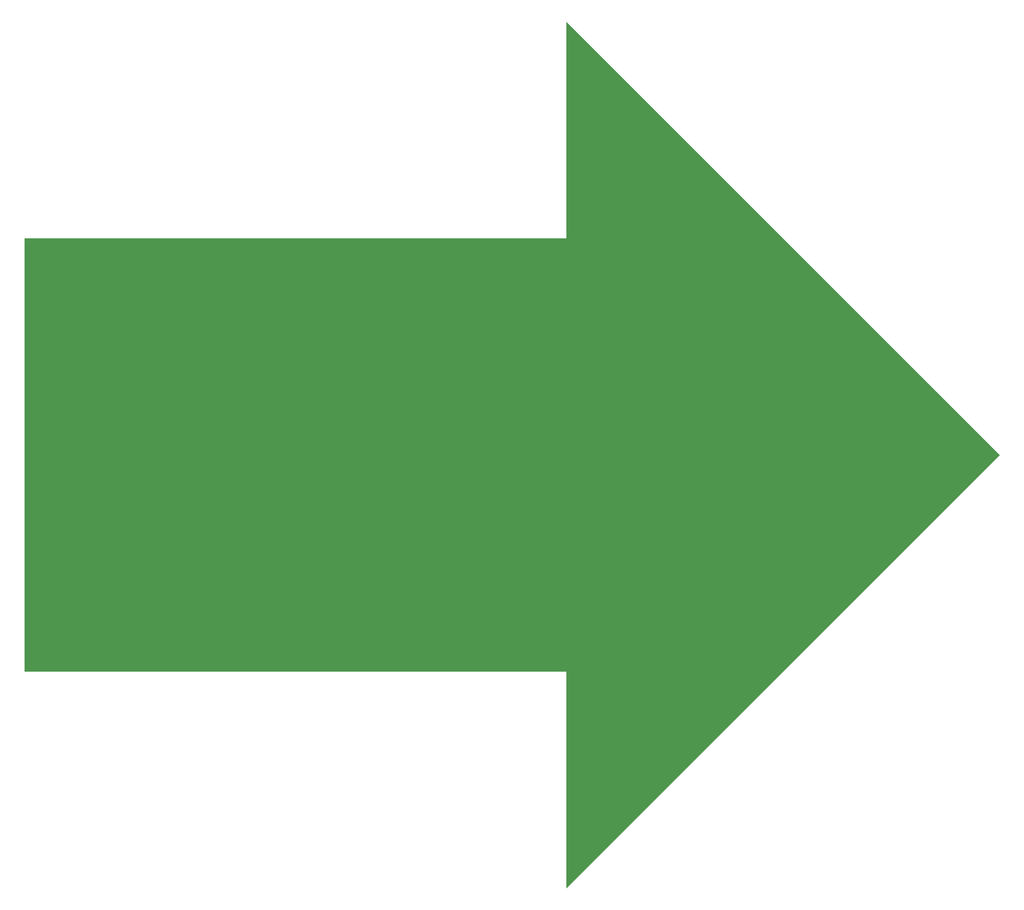
<source format=gbr>
From 4eb0e063bcd34c21b737023aa6ed5baed80658d1 Mon Sep 17 00:00:00 2001
From: jaseg <git@jaseg.de>
Date: Sun, 13 Jun 2021 15:00:17 +0200
Subject: Repo re-org, make gerberex tests run

---
 gerber/tests/resources/example_simple_contour.gbr | 16 ----------------
 1 file changed, 16 deletions(-)
 delete mode 100644 gerber/tests/resources/example_simple_contour.gbr

(limited to 'gerber/tests/resources/example_simple_contour.gbr')

diff --git a/gerber/tests/resources/example_simple_contour.gbr b/gerber/tests/resources/example_simple_contour.gbr
deleted file mode 100644
index d851760..0000000
--- a/gerber/tests/resources/example_simple_contour.gbr
+++ /dev/null
@@ -1,16 +0,0 @@
-G04 Ucamco ex. 4.6.4: Simple contour*
-%FSLAX25Y25*%
-%MOIN*%
-%ADD10C,0.010*%
-G36*
-X200000Y300000D02*
-G01*
-X700000D01*
-Y100000D01*
-X1100000Y500000D01*
-X700000Y900000D01*
-Y700000D01*
-X200000D01*
-Y300000D01*
-G37*
-M02*
\ No newline at end of file
-- 
cgit 


</source>
